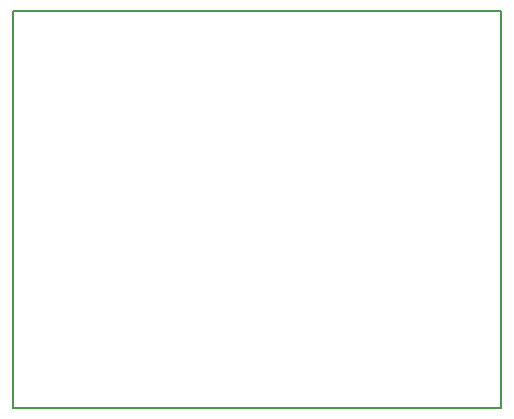
<source format=gm1>
G04 #@! TF.GenerationSoftware,KiCad,Pcbnew,5.0.1*
G04 #@! TF.CreationDate,2018-10-18T17:34:51-05:00*
G04 #@! TF.ProjectId,PowerRDP,506F7765725244502E6B696361645F70,01*
G04 #@! TF.SameCoordinates,Original*
G04 #@! TF.FileFunction,Profile,NP*
%FSLAX46Y46*%
G04 Gerber Fmt 4.6, Leading zero omitted, Abs format (unit mm)*
G04 Created by KiCad (PCBNEW 5.0.1) date Thu 18 Oct 2018 05:34:51 PM CDT*
%MOMM*%
%LPD*%
G01*
G04 APERTURE LIST*
%ADD10C,0.150000*%
G04 APERTURE END LIST*
D10*
X120650000Y-47625000D02*
X120650000Y-48260000D01*
X161925000Y-47625000D02*
X120650000Y-47625000D01*
X161925000Y-81280000D02*
X161925000Y-47625000D01*
X120650000Y-81280000D02*
X161925000Y-81280000D01*
X120650000Y-48260000D02*
X120650000Y-81280000D01*
M02*

</source>
